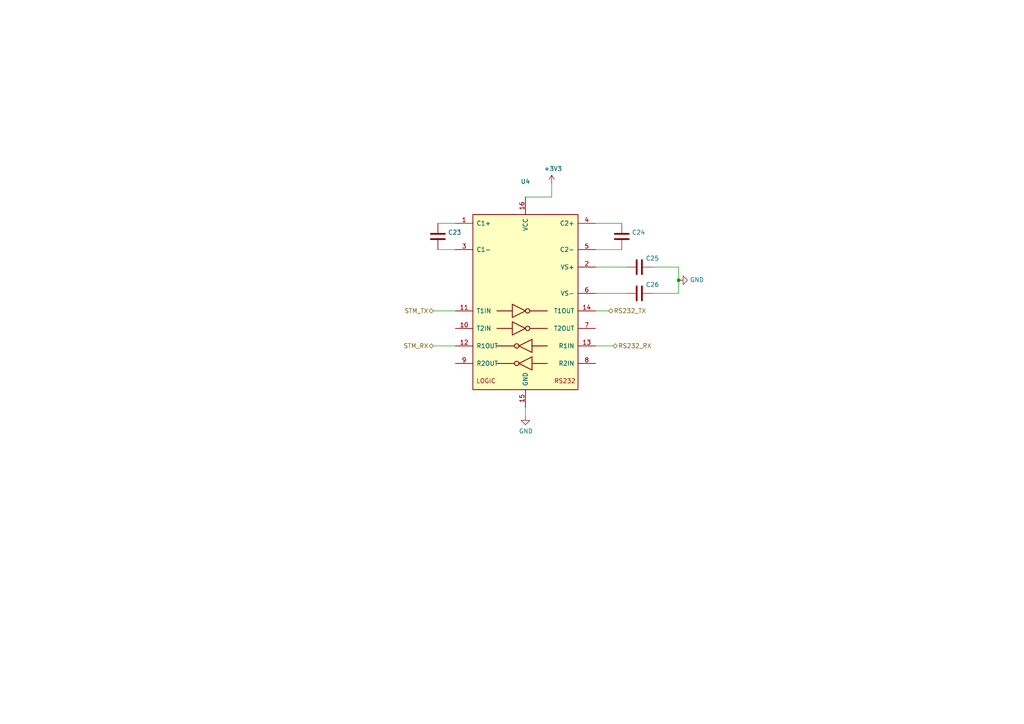
<source format=kicad_sch>
(kicad_sch (version 20211123) (generator eeschema)
  (paper "A4")
  (lib_symbols
    (symbol "Device:C" (pin_numbers hide) (pin_names (offset 0.254))
      (property "Reference" "C" (at 0.635 2.54 0))
      (property "Value" "C" (at 0.635 -2.54 0))
      (symbol "C_0_1"
        (polyline (pts (xy -2.032 -0.762) (xy 2.032 -0.762)) (stroke (width 0.508)))
        (polyline (pts (xy -2.032 0.762) (xy 2.032 0.762)) (stroke (width 0.508)))
      )
      (symbol "C_1_1"
        (pin passive line (at 0 3.81 270) (length 2.794) (name "~") (number "1"))
        (pin passive line (at 0 -3.81 90) (length 2.794) (name "~") (number "2"))
      )
    )
    (symbol "Interface_UART:MAX3232" (pin_names (offset 1.016))
      (property "Reference" "U" (at -2.54 28.575 0))
      (property "Value" "MAX3232" (at -2.54 26.67 0))
      (symbol "MAX3232_0_0"
        (text "LOGIC" (at -11.43 -22.86 0) (effects (font (size 1.27 1.27))))
        (text "RS232" (at 11.43 -22.86 0) (effects (font (size 1.27 1.27))))
      )
      (symbol "MAX3232_0_1"
        (rectangle (start -15.24 -25.4) (end 15.24 25.4) (stroke (width 0.254)) (fill (type background)))
        (circle (center -2.54 -17.78) (radius 0.635) (stroke (width 0.254)))
        (circle (center -2.54 -12.7) (radius 0.635) (stroke (width 0.254)))
        (polyline (pts (xy -3.81 -7.62) (xy -8.255 -7.62)) (stroke (width 0.254)))
        (polyline (pts (xy -3.81 -2.54) (xy -8.255 -2.54)) (stroke (width 0.254)))
        (polyline (pts (xy -3.175 -17.78) (xy -8.255 -17.78)) (stroke (width 0.254)))
        (polyline (pts (xy -3.175 -12.7) (xy -8.255 -12.7)) (stroke (width 0.254)))
        (polyline (pts (xy 1.27 -7.62) (xy 6.35 -7.62)) (stroke (width 0.254)))
        (polyline (pts (xy 1.27 -2.54) (xy 6.35 -2.54)) (stroke (width 0.254)))
        (polyline (pts (xy 1.905 -17.78) (xy 6.35 -17.78)) (stroke (width 0.254)))
        (polyline (pts (xy 1.905 -12.7) (xy 6.35 -12.7)) (stroke (width 0.254)))
        (polyline (pts (xy -3.81 -5.715) (xy -3.81 -9.525) (xy 0 -7.62) (xy -3.81 -5.715)) (stroke (width 0.254)))
        (polyline (pts (xy -3.81 -0.635) (xy -3.81 -4.445) (xy 0 -2.54) (xy -3.81 -0.635)) (stroke (width 0.254)))
        (polyline (pts (xy 1.905 -15.875) (xy 1.905 -19.685) (xy -1.905 -17.78) (xy 1.905 -15.875)) (stroke (width 0.254)))
        (polyline (pts (xy 1.905 -10.795) (xy 1.905 -14.605) (xy -1.905 -12.7) (xy 1.905 -10.795)) (stroke (width 0.254)))
        (circle (center 0.635 -7.62) (radius 0.635) (stroke (width 0.254)))
        (circle (center 0.635 -2.54) (radius 0.635) (stroke (width 0.254)))
      )
      (symbol "MAX3232_1_1"
        (pin passive line (at -20.32 22.86 0) (length 5.08) (name "C1+") (number "1"))
        (pin input line (at -20.32 -7.62 0) (length 5.08) (name "T2IN") (number "10"))
        (pin input line (at -20.32 -2.54 0) (length 5.08) (name "T1IN") (number "11"))
        (pin output line (at -20.32 -12.7 0) (length 5.08) (name "R1OUT") (number "12"))
        (pin input line (at 20.32 -12.7 180) (length 5.08) (name "R1IN") (number "13"))
        (pin output line (at 20.32 -2.54 180) (length 5.08) (name "T1OUT") (number "14"))
        (pin power_in line (at 0 -30.48 90) (length 5.08) (name "GND") (number "15"))
        (pin power_in line (at 0 30.48 270) (length 5.08) (name "VCC") (number "16"))
        (pin power_out line (at 20.32 10.16 180) (length 5.08) (name "VS+") (number "2"))
        (pin passive line (at -20.32 15.24 0) (length 5.08) (name "C1-") (number "3"))
        (pin passive line (at 20.32 22.86 180) (length 5.08) (name "C2+") (number "4"))
        (pin passive line (at 20.32 15.24 180) (length 5.08) (name "C2-") (number "5"))
        (pin power_out line (at 20.32 2.54 180) (length 5.08) (name "VS-") (number "6"))
        (pin output line (at 20.32 -7.62 180) (length 5.08) (name "T2OUT") (number "7"))
        (pin input line (at 20.32 -17.78 180) (length 5.08) (name "R2IN") (number "8"))
        (pin output line (at -20.32 -17.78 0) (length 5.08) (name "R2OUT") (number "9"))
      )
    )
    (symbol "power:+3.3V" (power) (pin_names (offset 0))
      (property "Value" "+3.3V" (at 0 3.556 0))
      (symbol "+3.3V_0_1"
        (polyline (pts (xy -0.762 1.27) (xy 0 2.54)))
        (polyline (pts (xy 0 0) (xy 0 2.54)))
        (polyline (pts (xy 0 2.54) (xy 0.762 1.27)))
      )
      (symbol "+3.3V_1_1"
        (pin power_in line (at 0 0 90) (length 0) hide (name "+3V3") (number "1"))
      )
    )
    (symbol "power:GND" (power) (pin_names (offset 0))
      (property "Value" "GND" (at 0 -3.81 0))
      (symbol "GND_0_1"
        (polyline (pts (xy 0 0) (xy 0 -1.27) (xy 1.27 -1.27) (xy 0 -2.54) (xy -1.27 -1.27) (xy 0 -1.27)))
      )
      (symbol "GND_1_1"
        (pin power_in line (at 0 0 270) (length 0) hide (name "GND") (number "1"))
      )
    )
  )
  (junction (at 196.85 81.28))
  (wire (pts (xy 132.08 72.39) (xy 127 72.39)))
  (wire (pts (xy 172.72 85.09) (xy 181.61 85.09)))
  (wire (pts (xy 172.72 100.33) (xy 177.8 100.33)))
  (wire (pts (xy 125.73 100.33) (xy 132.08 100.33)))
  (wire (pts (xy 172.72 72.39) (xy 180.34 72.39)))
  (wire (pts (xy 172.72 64.77) (xy 180.34 64.77)))
  (wire (pts (xy 160.02 57.15) (xy 160.02 53.34)))
  (wire (pts (xy 125.73 90.17) (xy 132.08 90.17)))
  (wire (pts (xy 152.4 118.11) (xy 152.4 120.65)))
  (wire (pts (xy 196.85 77.47) (xy 196.85 81.28)))
  (wire (pts (xy 189.23 77.47) (xy 196.85 77.47)))
  (wire (pts (xy 152.4 57.15) (xy 160.02 57.15)))
  (wire (pts (xy 196.85 81.28) (xy 196.85 85.09)))
  (wire (pts (xy 196.85 85.09) (xy 189.23 85.09)))
  (wire (pts (xy 132.08 64.77) (xy 127 64.77)))
  (wire (pts (xy 172.72 77.47) (xy 181.61 77.47)))
  (wire (pts (xy 172.72 90.17) (xy 176.53 90.17)))
  (hierarchical_label "RS232_TX" (shape bidirectional) (at 176.53 90.17 0))
  (hierarchical_label "STM_RX" (shape bidirectional) (at 125.73 100.33 180))
  (hierarchical_label "RS232_RX" (shape bidirectional) (at 177.8 100.33 0))
  (hierarchical_label "STM_TX" (shape bidirectional) (at 125.73 90.17 180))
  (symbol (lib_id "Interface_UART:MAX3232") (at 152.4 87.63 0) (unit 1)
    (property "Reference" "U4" (at 152.4 52.6288 0))
    (property "Datasheet" "https://datasheets.maximintegrated.com/en/ds/MAX3222-MAX3241.pdf" (effects hide))
  )
  (symbol (lib_id "power:+3.3V") (at 160.02 53.34 0) (unit 1)
    (property "Reference" "#PWR0121" (effects hide))
  )
  (symbol (lib_id "power:GND") (at 152.4 120.65 0) (unit 1)
    (property "Reference" "#PWR0122" (effects hide))
  )
  (symbol (lib_id "Device:C") (at 180.34 68.58 0) (unit 1)
    (property "Reference" "C24" (at 183.261 67.4116 0) (effects (justify left)))
  )
  (symbol (lib_id "Device:C") (at 127 68.58 0) (unit 1)
    (property "Reference" "C23" (at 129.921 67.4116 0) (effects (justify left)))
  )
  (symbol (lib_id "Device:C") (at 185.42 77.47 270) (unit 1)
    (property "Reference" "C25" (at 189.23 74.93 90))
  )
  (symbol (lib_id "Device:C") (at 185.42 85.09 270) (unit 1)
    (property "Reference" "C26" (at 189.23 82.55 90))
  )
  (symbol (lib_id "power:GND") (at 196.85 81.28 90) (unit 1)
    (property "Reference" "#PWR0123" (effects hide))
  )
)
</source>
